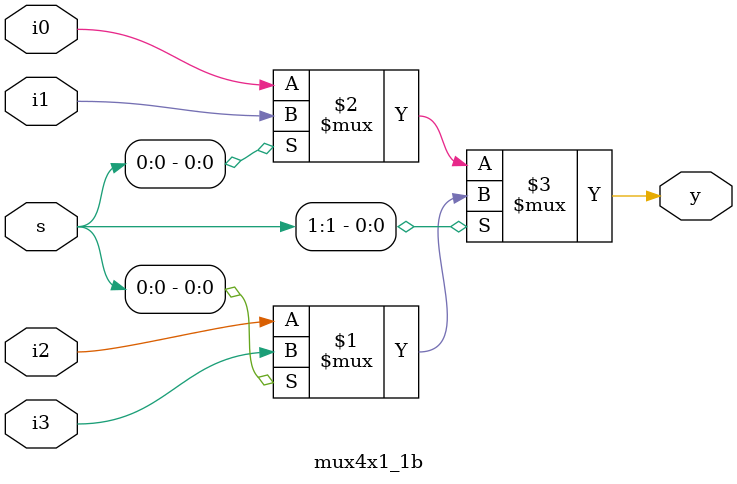
<source format=v>
`timescale 1ns / 1ps


module mux4x1_1b(
    input  i0,
    input  i1,
    input  i2,
    input  i3,
    input [1:0] s,
    output  y
    );
assign y = s[1]?(s[0]?i3:i2):(s[0]?i1:i0);   
endmodule


</source>
